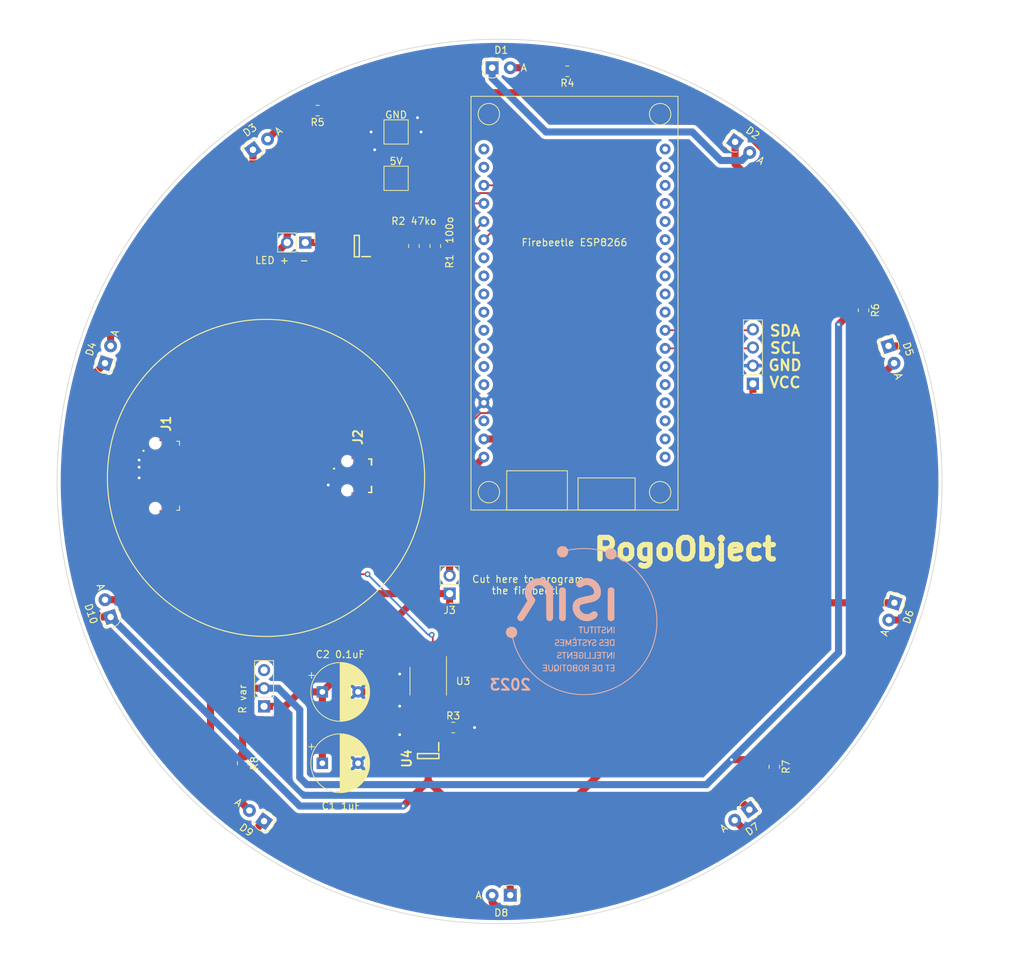
<source format=kicad_pcb>
(kicad_pcb (version 20211014) (generator pcbnew)
  (layers (0 "F.Cu" signal) (31 "B.Cu" signal) (34 "B.Paste" user) (35 "F.Paste" user) (36 "B.SilkS" user "B.Silkscreen") (37 "F.SilkS" user "F.Silkscreen") (38 "B.Mask" user) (39 "F.Mask" user) (44 "Edge.Cuts" user))
  (net 0 "")
  (net 1 "GND")
  (net 2 "RGB_LED_OUT")
  (net 3 "GPIO8")
  (net 4 "CDONE")
  (net 5 "LED_CHARGE")
  (net 6 "iCE_RX")
  (net 7 "iCE_TX")
  (net 12 "+5V")
  (net 15 "IMU_INT")
  (net 17 "RGB_LED_IN")
  (net 18 "GPIO7")
  (net 19 "GPIO6")
  (net 20 "GPIO5")
  (net 21 "GPIO4")
  (net 22 "GPIO3")
  (net 23 "GPIO2")
  (net 24 "GPIO1")
  (net 25 "GPIO0")
  (net 28 "~{FLASH_CS}")
  (net 29 "SPI_MISO")
  (net 30 "SPI_MOSI")
  (net 31 "SPI_CLK")
  (net 32 "~{RESET}")
  (net 33 "Net-(D1-Pad1)")
  (net 34 "Net-(D1-Pad2)")
  (net 35 "Net-(D10-Pad1)")
  (net 36 "Net-(D3-Pad1)")
  (net 39 "Net-(D3-Pad2)")
  (net 40 "Net-(D5-Pad1)")
  (net 41 "Net-(D5-Pad2)")
  (net 42 "Net-(D7-Pad1)")
  (net 43 "Net-(D7-Pad2)")
  (net 44 "Net-(D10-Pad2)")
  (net 45 "Net-(D9-Pad2)")
  (net 50 "Net-(J3-Pad2)")
  (net 51 "Net-(J4-Pad1)")
  (net 52 "3.3V")
  (net 53 "SCL")
  (net 54 "SDA")
  (net 55 "LED_CRTL")
  (net 56 "Net-(R1-Pad2)")
  (net 57 "Net-(R3-Pad1)")
  (net 58 "Net-(R4-Pad1)")
  (footprint "Capacitor_THT:CP_Radial_D8.0mm_P5.00mm" (layer "F.Cu") (at 95.168188 149.5)
    (fp_text reference "C1 1uF" (at 2.62 6) (layer "F.SilkS"))
    (fp_text value "1uF")
    (pad "1" thru_hole rect (at 0 0) (size 1.6 1.6) (drill 0.8) (layers *.Cu *.Mask) (net 12 "+5V"))
    (pad "2" thru_hole circle (at 5 0) (size 1.6 1.6) (drill 0.8) (layers *.Cu *.Mask) (net 1 "GND"))
  )
  (footprint "Connector_PinHeader_2.54mm:PinHeader_1x02_P2.54mm_Vertical" (layer "F.Cu") (at 113 125.725 180)
    (fp_text reference "J3" (at 0 -2.33) (layer "F.SilkS"))
    (fp_text value "Conn_01x02_Male")
    (pad "1" thru_hole rect (at 0 0 180) (size 1.7 1.7) (drill 1) (layers *.Cu *.Mask) (net 12 "+5V"))
    (pad "2" thru_hole oval (at 0 2.54 180) (size 1.7 1.7) (drill 1) (layers *.Cu *.Mask) (net 50 "Net-(J3-Pad2)"))
  )
  (footprint "Footprints:dfr0489" (layer "F.Cu") (at 130.5 85)
    (fp_text reference "Firebeetle ESP8266" (at 0 -8.5 unlocked) (layer "F.SilkS"))
    (fp_text value "dfr0489")
    (pad "1" thru_hole circle (at -12.7 -21.6) (size 1.524 1.524) (drill 0.762) (layers *.Cu *.Mask))
    (pad "2" thru_hole circle (at -12.7 -19.06) (size 1.524 1.524) (drill 0.762) (layers *.Cu *.Mask))
    (pad "3" thru_hole circle (at -12.7 -16.52) (size 1.524 1.524) (drill 0.762) (layers *.Cu *.Mask) (net 32 "~{RESET}"))
    (pad "4" thru_hole circle (at -12.7 -13.98) (size 1.524 1.524) (drill 0.762) (layers *.Cu *.Mask) (net 7 "iCE_TX"))
    (pad "5" thru_hole circle (at -12.7 -11.44) (size 1.524 1.524) (drill 0.762) (layers *.Cu *.Mask) (net 6 "iCE_RX"))
    (pad "6" thru_hole circle (at -12.7 -8.9) (size 1.524 1.524) (drill 0.762) (layers *.Cu *.Mask) (net 55 "LED_CRTL"))
    (pad "7" thru_hole circle (at -12.7 -6.36) (size 1.524 1.524) (drill 0.762) (layers *.Cu *.Mask))
    (pad "8" thru_hole circle (at -12.7 -3.82) (size 1.524 1.524) (drill 0.762) (layers *.Cu *.Mask))
    (pad "9" thru_hole circle (at -12.7 -1.28) (size 1.524 1.524) (drill 0.762) (layers *.Cu *.Mask))
    (pad "10" thru_hole circle (at -12.7 1.26) (size 1.524 1.524) (drill 0.762) (layers *.Cu *.Mask))
    (pad "11" thru_hole circle (at -12.7 3.8) (size 1.524 1.524) (drill 0.762) (layers *.Cu *.Mask))
    (pad "12" thru_hole circle (at -12.7 6.34) (size 1.524 1.524) (drill 0.762) (layers *.Cu *.Mask))
    (pad "13" thru_hole circle (at -12.7 8.88) (size 1.524 1.524) (drill 0.762) (layers *.Cu *.Mask))
    (pad "14" thru_hole circle (at -12.7 11.42) (size 1.524 1.524) (drill 0.762) (layers *.Cu *.Mask))
    (pad "15" thru_hole circle (at -12.7 13.96) (size 1.524 1.524) (drill 0.762) (layers *.Cu *.Mask) (net 1 "GND"))
    (pad "16" thru_hole circle (at -12.7 16.5) (size 1.524 1.524) (drill 0.762) (layers *.Cu *.Mask))
    (pad "17" thru_hole circle (at -12.7 19.04) (size 1.524 1.524) (drill 0.762) (layers *.Cu *.Mask) (net 52 "3.3V"))
    (pad "18" thru_hole circle (at -12.7 21.58) (size 1.524 1.524) (drill 0.762) (layers *.Cu *.Mask) (net 50 "Net-(J3-Pad2)"))
    (pad "19" thru_hole circle (at 12.7 21.58) (size 1.524 1.524) (drill 0.762) (layers *.Cu *.Mask))
    (pad "20" thru_hole circle (at 12.7 19.04) (size 1.524 1.524) (drill 0.762) (layers *.Cu *.Mask))
    (pad "21" thru_hole circle (at 12.7 16.5) (size 1.524 1.524) (drill 0.762) (layers *.Cu *.Mask))
    (pad "22" thru_hole circle (at 12.7 13.96) (size 1.524 1.524) (drill 0.762) (layers *.Cu *.Mask))
    (pad "23" thru_hole circle (at 12.7 11.42) (size 1.524 1.524) (drill 0.762) (layers *.Cu *.Mask))
    (pad "24" thru_hole circle (at 12.7 8.88) (size 1.524 1.524) (drill 0.762) (layers *.Cu *.Mask))
    (pad "25" thru_hole circle (at 12.7 6.34) (size 1.524 1.524) (drill 0.762) (layers *.Cu *.Mask) (net 53 "SCL"))
    (pad "26" thru_hole circle (at 12.7 3.8) (size 1.524 1.524) (drill 0.762) (layers *.Cu *.Mask) (net 54 "SDA"))
    (pad "27" thru_hole circle (at 12.7 1.26) (size 1.524 1.524) (drill 0.762) (layers *.Cu *.Mask))
    (pad "28" thru_hole circle (at 12.7 -1.28) (size 1.524 1.524) (drill 0.762) (layers *.Cu *.Mask))
    (pad "29" thru_hole circle (at 12.7 -3.82) (size 1.524 1.524) (drill 0.762) (layers *.Cu *.Mask))
    (pad "30" thru_hole circle (at 12.7 -6.36) (size 1.524 1.524) (drill 0.762) (layers *.Cu *.Mask))
    (pad "31" thru_hole circle (at 12.7 -8.9) (size 1.524 1.524) (drill 0.762) (layers *.Cu *.Mask))
    (pad "32" thru_hole circle (at 12.7 -11.44) (size 1.524 1.524) (drill 0.762) (layers *.Cu *.Mask))
    (pad "33" thru_hole circle (at 12.7 -13.98) (size 1.524 1.524) (drill 0.762) (layers *.Cu *.Mask))
    (pad "34" thru_hole circle (at 12.7 -16.52) (size 1.524 1.524) (drill 0.762) (layers *.Cu *.Mask))
    (pad "35" thru_hole circle (at 12.7 -19.06) (size 1.524 1.524) (drill 0.762) (layers *.Cu *.Mask))
    (pad "36" thru_hole circle (at 12.7 -21.6) (size 1.524 1.524) (drill 0.762) (layers *.Cu *.Mask))
  )
  (footprint "Resistor_SMD:R_0805_2012Metric_Pad1.20x1.40mm_HandSolder" (layer "F.Cu") (at 108 77 90)
    (fp_text reference "R2 47ko" (at 3.5 0 180) (layer "F.SilkS"))
    (fp_text value "47K")
    (pad "1" smd roundrect (at -1 0 90) (size 1.2 1.4) (layers "F.Cu" "F.Paste" "F.Mask") (roundrect_rratio 0.2083333333) (net 56 "Net-(R1-Pad2)"))
    (pad "2" smd roundrect (at 1 0 90) (size 1.2 1.4) (layers "F.Cu" "F.Paste" "F.Mask") (roundrect_rratio 0.2083333333) (net 1 "GND"))
  )
  (footprint "Diode_THT:D_A-405_P2.54mm_Vertical_AnodeUp" (layer "F.Cu") (at 118.96 52)
    (fp_text reference "D1" (at 1.27 -2.47) (layer "F.SilkS"))
    (fp_text value "LED")
    (fp_text user "A" (at 4.44 0) (layer "F.SilkS"))
    (pad "1" thru_hole rect (at 0 0) (size 1.8 1.8) (drill 0.9) (layers *.Cu *.Mask) (net 33 "Net-(D1-Pad1)"))
    (pad "2" thru_hole oval (at 2.54 0) (size 1.8 1.8) (drill 0.9) (layers *.Cu *.Mask) (net 34 "Net-(D1-Pad2)"))
  )
  (footprint "Resistor_SMD:R_0805_2012Metric_Pad1.20x1.40mm_HandSolder" (layer "F.Cu") (at 111 77 -90)
    (fp_text reference "R1  100o" (at -0.5 -2 -90) (layer "F.SilkS"))
    (fp_text value "47K")
    (pad "1" smd roundrect (at -1 0 270) (size 1.2 1.4) (layers "F.Cu" "F.Paste" "F.Mask") (roundrect_rratio 0.2083333333) (net 55 "LED_CRTL"))
    (pad "2" smd roundrect (at 1 0 270) (size 1.2 1.4) (layers "F.Cu" "F.Paste" "F.Mask") (roundrect_rratio 0.2083333333) (net 56 "Net-(R1-Pad2)"))
  )
  (footprint "Diode_THT:D_A-405_P2.54mm_Vertical_AnodeUp" (layer "F.Cu") (at 85.445097 63.492975 36)
    (fp_text reference "D3" (at 1.27 -2.47 36) (layer "F.SilkS"))
    (fp_text value "LED")
    (fp_text user "A" (at 4.44 0 36) (layer "F.SilkS"))
    (pad "1" thru_hole rect (at 0 0 36) (size 1.8 1.8) (drill 0.9) (layers *.Cu *.Mask) (net 36 "Net-(D3-Pad1)"))
    (pad "2" thru_hole oval (at 2.54 0 36) (size 1.8 1.8) (drill 0.9) (layers *.Cu *.Mask) (net 39 "Net-(D3-Pad2)"))
  )
  (footprint "Diode_THT:D_A-405_P2.54mm_Vertical_AnodeUp" (layer "F.Cu") (at 153 62.385765 -36)
    (fp_text reference "D2" (at 1.27 -2.47 144) (layer "F.SilkS"))
    (fp_text value "LED")
    (fp_text user "A" (at 4.44 0 144) (layer "F.SilkS"))
    (pad "1" thru_hole rect (at 0 0 324) (size 1.8 1.8) (drill 0.9) (layers *.Cu *.Mask) (net 35 "Net-(D10-Pad1)"))
    (pad "2" thru_hole oval (at 2.54 0 324) (size 1.8 1.8) (drill 0.9) (layers *.Cu *.Mask) (net 33 "Net-(D1-Pad1)"))
  )
  (footprint "TestPoint:TestPoint_Pad_3.0x3.0mm" (layer "F.Cu") (at 105.5 61)
    (fp_text reference "GND" (at 0 -2.398) (layer "F.SilkS"))
    (fp_text value "TestPoint")
    (pad "1" smd rect (at 0 0) (size 3 3) (layers "F.Cu" "F.Mask") (net 1 "GND"))
  )
  (footprint "Resistor_SMD:R_0805_2012Metric_Pad1.20x1.40mm_HandSolder" (layer "F.Cu") (at 158.5 150 -90)
    (fp_text reference "R7" (at 0 -1.65 90) (layer "F.SilkS"))
    (fp_text value "36")
    (pad "1" smd roundrect (at -1 0 270) (size 1.2 1.4) (layers "F.Cu" "F.Paste" "F.Mask") (roundrect_rratio 0.2083333333) (net 58 "Net-(R4-Pad1)"))
    (pad "2" smd roundrect (at 1 0 270) (size 1.2 1.4) (layers "F.Cu" "F.Paste" "F.Mask") (roundrect_rratio 0.2083333333) (net 43 "Net-(D7-Pad2)"))
  )
  (footprint "Resistor_SMD:R_0805_2012Metric_Pad1.20x1.40mm_HandSolder" (layer "F.Cu") (at 113.5 144.5)
    (fp_text reference "R3" (at 0 -1.65) (layer "F.SilkS"))
    (fp_text value "100K")
    (pad "1" smd roundrect (at -1 0) (size 1.2 1.4) (layers "F.Cu" "F.Paste" "F.Mask") (roundrect_rratio 0.2083333333) (net 57 "Net-(R3-Pad1)"))
    (pad "2" smd roundrect (at 1 0) (size 1.2 1.4) (layers "F.Cu" "F.Paste" "F.Mask") (roundrect_rratio 0.2083333333) (net 1 "GND"))
  )
  (footprint "Footprints:10132797035100LF" (layer "F.Cu") (at 73.2584 109.1944 -90)
    (fp_text reference "J1" (at -7.289 -0.0212 90) (layer "F.SilkS") (effects (font (size 1.27 1.27) (thickness 0.254))))
    (fp_text value "10132797-035100LF" hide)
    (pad "" np_thru_hole circle locked (at -4.55 1.5 270) (size 0.75 0.75) (drill 0.75) (layers *.Cu *.Mask))
    (pad "" np_thru_hole circle locked (at 4.55 1.5 270) (size 0.75 0.75) (drill 0.75) (layers *.Cu *.Mask))
    (pad "1" smd rect locked (at -3.5 1.8 270) (size 0.3 1.6) (layers "F.Cu" "F.Paste" "F.Mask") (net 2 "RGB_LED_OUT"))
    (pad "2" smd rect locked (at -3 1.8 270) (size 0.3 1.6) (layers "F.Cu" "F.Paste" "F.Mask") (net 3 "GPIO8"))
    (pad "3" smd rect locked (at -2.5 1.8 270) (size 0.3 1.6) (layers "F.Cu" "F.Paste" "F.Mask") (net 1 "GND"))
    (pad "4" smd rect locked (at -2 1.8 270) (size 0.3 1.6) (layers "F.Cu" "F.Paste" "F.Mask") (net 4 "CDONE"))
    (pad "5" smd rect locked (at -1.5 1.8 270) (size 0.3 1.6) (layers "F.Cu" "F.Paste" "F.Mask") (net 1 "GND"))
    (pad "6" smd rect locked (at -1 1.8 270) (size 0.3 1.6) (layers "F.Cu" "F.Paste" "F.Mask") (net 1 "GND"))
    (pad "7" smd rect locked (at -0.5 1.8 270) (size 0.3 1.6) (layers "F.Cu" "F.Paste" "F.Mask") (net 1 "GND"))
    (pad "8" smd rect locked (at 0 1.8 270) (size 0.3 1.6) (layers "F.Cu" "F.Paste" "F.Mask") (net 5 "LED_CHARGE"))
    (pad "9" smd rect locked (at 0.5 1.8 270) (size 0.3 1.6) (layers "F.Cu" "F.Paste" "F.Mask") (net 1 "GND"))
    (pad "10" smd rect locked (at 1 1.8 270) (size 0.3 1.6) (layers "F.Cu" "F.Paste" "F.Mask") (net 6 "iCE_RX"))
    (pad "11" smd rect locked (at 1.5 1.8 270) (size 0.3 1.6) (layers "F.Cu" "F.Paste" "F.Mask") (net 7 "iCE_TX"))
    (pad "12" smd rect locked (at 2 1.8 270) (size 0.3 1.6) (layers "F.Cu" "F.Paste" "F.Mask"))
    (pad "13" smd rect locked (at 2.5 1.8 270) (size 0.3 1.6) (layers "F.Cu" "F.Paste" "F.Mask"))
    (pad "14" smd rect locked (at 3 1.8 270) (size 0.3 1.6) (layers "F.Cu" "F.Paste" "F.Mask"))
    (pad "15" smd rect locked (at 3.5 1.8 270) (size 0.3 1.6) (layers "F.Cu" "F.Paste" "F.Mask"))
    (pad "16" smd rect locked (at 3.5 -1.8 270) (size 0.3 1.6) (layers "F.Cu" "F.Paste" "F.Mask") (net 12 "+5V"))
    (pad "17" smd rect locked (at 3 -1.8 270) (size 0.3 1.6) (layers "F.Cu" "F.Paste" "F.Mask") (net 12 "+5V"))
    (pad "18" smd rect locked (at 2.5 -1.8 270) (size 0.3 1.6) (layers "F.Cu" "F.Paste" "F.Mask"))
    (pad "19" smd rect locked (at 2 -1.8 270) (size 0.3 1.6) (layers "F.Cu" "F.Paste" "F.Mask"))
    (pad "20" smd rect locked (at 1.5 -1.8 270) (size 0.3 1.6) (layers "F.Cu" "F.Paste" "F.Mask") (net 15 "IMU_INT"))
    (pad "21" smd rect locked (at 1 -1.8 270) (size 0.3 1.6) (layers "F.Cu" "F.Paste" "F.Mask"))
    (pad "22" smd rect locked (at 0.5 -1.8 270) (size 0.3 1.6) (layers "F.Cu" "F.Paste" "F.Mask") (net 17 "RGB_LED_IN"))
    (pad "23" smd rect locked (at 0 -1.8 270) (size 0.3 1.6) (layers "F.Cu" "F.Paste" "F.Mask") (net 18 "GPIO7"))
    (pad "24" smd rect locked (at -0.5 -1.8 270) (size 0.3 1.6) (layers "F.Cu" "F.Paste" "F.Mask") (net 19 "GPIO6"))
    (pad "25" smd rect locked (at -1 -1.8 270) (size 0.3 1.6) (layers "F.Cu" "F.Paste" "F.Mask") (net 20 "GPIO5"))
    (pad "26" smd rect locked (at -1.5 -1.8 270) (size 0.3 1.6) (layers "F.Cu" "F.Paste" "F.Mask") (net 21 "GPIO4"))
    (pad "27" smd rect locked (at -2 -1.8 270) (size 0.3 1.6) (layers "F.Cu" "F.Paste" "F.Mask") (net 22 "GPIO3"))
    (pad "28" smd rect locked (at -2.5 -1.8 270) (size 0.3 1.6) (layers "F.Cu" "F.Paste" "F.Mask") (net 23 "GPIO2"))
    (pad "29" smd rect locked (at -3 -1.8 270) (size 0.3 1.6) (layers "F.Cu" "F.Paste" "F.Mask") (net 24 "GPIO1"))
    (pad "30" smd rect locked (at -3.5 -1.8 270) (size 0.3 1.6) (layers "F.Cu" "F.Paste" "F.Mask") (net 25 "GPIO0"))
    (pad "MP1" smd rect locked (at -5.25 0 270) (size 0.8 1.8) (layers "F.Cu" "F.Paste" "F.Mask"))
    (pad "MP2" smd rect locked (at 5.25 0 270) (size 0.8 1.8) (layers "F.Cu" "F.Paste" "F.Mask"))
  )
  (footprint "Connector_PinHeader_2.54mm:PinHeader_1x03_P2.54mm_Vertical" (layer "F.Cu") (at 87 141.525 180)
    (fp_text reference "RV1" hide)
    (fp_text value "R_Potentiometer")
    (pad "1" thru_hole rect (at 0 0 180) (size 1.7 1.7) (drill 1) (layers *.Cu *.Mask) (net 12 "+5V"))
    (pad "2" thru_hole oval (at 0 2.54 180) (size 1.7 1.7) (drill 1) (layers *.Cu *.Mask) (net 58 "Net-(R4-Pad1)"))
    (pad "3" thru_hole oval (at 0 5.08 180) (size 1.7 1.7) (drill 1) (layers *.Cu *.Mask))
  )
  (footprint "Capacitor_THT:CP_Radial_D8.0mm_P5.00mm" (layer "F.Cu") (at 95.168188 139.5)
    (fp_text reference "C2 0.1uF" (at 2.5 -5.25) (layer "F.SilkS"))
    (fp_text value "0.1uF")
    (pad "1" thru_hole rect (at 0 0) (size 1.6 1.6) (drill 0.8) (layers *.Cu *.Mask) (net 12 "+5V"))
    (pad "2" thru_hole circle (at 5 0) (size 1.6 1.6) (drill 0.8) (layers *.Cu *.Mask) (net 1 "GND"))
  )
  (footprint "Connector_PinHeader_2.54mm:PinHeader_1x02_P2.54mm_Vertical" (layer "F.Cu") (at 92.775 76.5 -90)
    (fp_text reference "J4" hide)
    (fp_text value "Conn_01x02_Male")
    (pad "1" thru_hole rect (at 0 0 270) (size 1.7 1.7) (drill 1) (layers *.Cu *.Mask) (net 51 "Net-(J4-Pad1)"))
    (pad "2" thru_hole oval (at 0 2.54 270) (size 1.7 1.7) (drill 1) (layers *.Cu *.Mask) (net 12 "+5V"))
  )
  (footprint "Diode_THT:D_A-405_P2.54mm_Vertical_AnodeUp" (layer "F.Cu") (at 174.5 91 -72)
    (fp_text reference "D5" (at 1.27 -2.47 108) (layer "F.SilkS"))
    (fp_text value "LED")
    (fp_text user "A" (at 4.44 0 108) (layer "F.SilkS"))
    (pad "1" thru_hole rect (at 0 0 288) (size 1.8 1.8) (drill 0.9) (layers *.Cu *.Mask) (net 40 "Net-(D5-Pad1)"))
    (pad "2" thru_hole oval (at 2.54 0 288) (size 1.8 1.8) (drill 0.9) (layers *.Cu *.Mask) (net 41 "Net-(D5-Pad2)"))
  )
  (footprint "Resistor_SMD:R_0805_2012Metric_Pad1.20x1.40mm_HandSolder" (layer "F.Cu") (at 171 86 -90)
    (fp_text reference "R6" (at 0 -1.65 90) (layer "F.SilkS"))
    (fp_text value "36")
    (pad "1" smd roundrect (at -1 0 270) (size 1.2 1.4) (layers "F.Cu" "F.Paste" "F.Mask") (roundrect_rratio 0.2083333333) (net 58 "Net-(R4-Pad1)"))
    (pad "2" smd roundrect (at 1 0 270) (size 1.2 1.4) (layers "F.Cu" "F.Paste" "F.Mask") (roundrect_rratio 0.2083333333) (net 41 "Net-(D5-Pad2)"))
  )
  (footprint "TestPoint:TestPoint_Pad_3.0x3.0mm" (layer "F.Cu") (at 105.5 67.5)
    (fp_text reference "5V" (at 0 -2.398) (layer "F.SilkS"))
    (fp_text value "TestPoint")
    (pad "1" smd rect (at 0 0) (size 3 3) (layers "F.Cu" "F.Mask") (net 12 "+5V"))
  )
  (footprint "Diode_THT:D_A-405_P2.54mm_Vertical_AnodeUp" (layer "F.Cu") (at 64.715097 93.415684 72)
    (fp_text reference "D4" (at 1.27 -2.47 72) (layer "F.SilkS"))
    (fp_text value "LED")
    (fp_text user "A" (at 4.44 0 72) (layer "F.SilkS"))
    (pad "1" thru_hole rect (at 0 0 72) (size 1.8 1.8) (drill 0.9) (layers *.Cu *.Mask) (net 35 "Net-(D10-Pad1)"))
    (pad "2" thru_hole oval (at 2.54 0 72) (size 1.8 1.8) (drill 0.9) (layers *.Cu *.Mask) (net 36 "Net-(D3-Pad1)"))
  )
  (footprint "Resistor_SMD:R_0805_2012Metric_Pad1.20x1.40mm_HandSolder" (layer "F.Cu") (at 84 149.5 -90)
    (fp_text reference "R8" (at 0 -1.65 90) (layer "F.SilkS"))
    (fp_text value "36")
    (pad "1" smd roundrect (at -1 0 270) (size 1.2 1.4) (layers "F.Cu" "F.Paste" "F.Mask") (roundrect_rratio 0.2083333333) (net 58 "Net-(R4-Pad1)"))
    (pad "2" smd roundrect (at 1 0 270) (size 1.2 1.4) (layers "F.Cu" "F.Paste" "F.Mask") (roundrect_rratio 0.2083333333) (net 45 "Net-(D9-Pad2)"))
  )
  (footprint "Resistor_SMD:R_0805_2012Metric_Pad1.20x1.40mm_HandSolder" (layer "F.Cu") (at 94.5 58 180)
    (fp_text reference "R5" (at 0 -1.65) (layer "F.SilkS"))
    (fp_text value "36")
    (pad "1" smd roundrect (at -1 0 180) (size 1.2 1.4) (layers "F.Cu" "F.Paste" "F.Mask") (roundrect_rratio 0.2083333333) (net 58 "Net-(R4-Pad1)"))
    (pad "2" smd roundrect (at 1 0 180) (size 1.2 1.4) (layers "F.Cu" "F.Paste" "F.Mask") (roundrect_rratio 0.2083333333) (net 39 "Net-(D3-Pad2)"))
  )
  (footprint "Footprints:SOT95P285X135-3N" (layer "F.Cu") (at 100 77 180)
    (fp_text reference "U2" hide)
    (fp_text value "BSR802NL6327HTSA1" hide)
    (pad "1" smd rect (at -1.3 -0.95 270) (size 0.55 1.2) (layers "F.Cu" "F.Paste" "F.Mask") (net 56 "Net-(R1-Pad2)"))
    (pad "2" smd rect (at -1.3 0.95 270) (size 0.55 1.2) (layers "F.Cu" "F.Paste" "F.Mask") (net 1 "GND"))
    (pad "3" smd rect (at 1.3 0 270) (size 0.55 1.2) (layers "F.Cu" "F.Paste" "F.Mask") (net 51 "Net-(J4-Pad1)"))
  )
  (footprint "Footprints:10132797015100LF" (layer "F.Cu") (at 100.1584 109.1944 90)
    (fp_text reference "J2" (at 5.4094 -0.0056 90) (layer "F.SilkS") (effects (font (size 1.27 1.27) (thickness 0.254))))
    (fp_text value "10132797-015100LF" hide)
    (pad "" np_thru_hole circle locked (at -2.05 -1.5 90) (size 0.001 0.001) (drill 0.7) (layers *.Cu *.Mask))
    (pad "" np_thru_hole circle locked (at 2.05 -1.5 90) (size 0.001 0.001) (drill 0.7) (layers *.Cu *.Mask))
    (pad "1" smd rect locked (at 1 -1.8 90) (size 0.3 1.6) (layers "F.Cu" "F.Paste" "F.Mask") (net 28 "~{FLASH_CS}"))
    (pad "2" smd rect locked (at 0.5 -1.8 90) (size 0.3 1.6) (layers "F.Cu" "F.Paste" "F.Mask") (net 29 "SPI_MISO"))
    (pad "3" smd rect locked (at 0 -1.8 90) (size 0.3 1.6) (layers "F.Cu" "F.Paste" "F.Mask") (net 30 "SPI_MOSI"))
    (pad "4" smd rect locked (at -0.5 -1.8 90) (size 0.3 1.6) (layers "F.Cu" "F.Paste" "F.Mask") (net 31 "SPI_CLK"))
    (pad "5" smd rect locked (at -1 -1.8 90) (size 0.3 1.6) (layers "F.Cu" "F.Paste" "F.Mask") (net 1 "GND"))
    (pad "6" smd rect locked (at -1 1.8 90) (size 0.3 1.6) (layers "F.Cu" "F.Paste" "F.Mask") (net 32 "~{RESET}"))
    (pad "7" smd rect locked (at -0.5 1.8 90) (size 0.3 1.6) (layers "F.Cu" "F.Paste" "F.Mask"))
    (pad "8" smd rect locked (at 0 1.8 90) (size 0.3 1.6) (layers "F.Cu" "F.Paste" "F.Mask"))
    (pad "9" smd rect locked (at 0.5 1.8 90) (size 0.3 1.6) (layers "F.Cu" "F.Paste" "F.Mask"))
    (pad "10" smd rect locked (at 1 1.8 90) (size 0.3 1.6) (layers "F.Cu" "F.Paste" "F.Mask"))
    (pad "MP1" smd rect locked (at 2.75 0 90) (size 0.8 1.8) (layers "F.Cu" "F.Paste" "F.Mask"))
    (pad "MP2" smd rect locked (at -2.75 0 90) (size 0.8 1.8) (layers "F.Cu" "F.Paste" "F.Mask"))
  )
  (footprint "Connector_PinHeader_2.54mm:PinHeader_1x04_P2.54mm_Vertical" (layer "F.Cu") (at 155.5 96.3 180)
    (fp_text reference "J5" hide)
    (fp_text value "Conn_01x04_Male")
    (pad "1" thru_hole rect (at 0 0 180) (size 1.7 1.7) (drill 1) (layers *.Cu *.Mask) (net 52 "3.3V"))
    (pad "2" thru_hole oval (at 0 2.54 180) (size 1.7 1.7) (drill 1) (layers *.Cu *.Mask) (net 1 "GND"))
    (pad "3" thru_hole oval (at 0 5.08 180) (size 1.7 1.7) (drill 1) (layers *.Cu *.Mask) (net 53 "SCL"))
    (pad "4" thru_hole oval (at 0 7.62 180) (size 1.7 1.7) (drill 1) (layers *.Cu *.Mask) (net 54 "SDA"))
  )
  (footprint "Diode_THT:D_A-405_P2.54mm_Vertical_AnodeUp" (layer "F.Cu") (at 87 157.614236 144)
    (fp_text reference "D9" (at 1.27 -2.47 144) (layer "F.SilkS"))
    (fp_text value "LED")
    (fp_text user "A" (at 4.44 0 144) (layer "F.SilkS"))
    (pad "1" thru_hole rect (at 0 0 144) (size 1.8 1.8) (drill 0.9) (layers *.Cu *.Mask) (net 44 "Net-(D10-Pad2)"))
    (pad "2" thru_hole oval (at 2.54 0 144) (size 1.8 1.8) (drill 0.9) (layers *.Cu *.Mask) (net 45 "Net-(D9-Pad2)"))
  )
  (footprint "Package_SO:SOIC-8_3.9x4.9mm_P1.27mm" (layer "F.Cu") (at 110 138 -90)
    (fp_text reference "U3" (at 0 -4.9 180) (layer "F.SilkS"))
    (fp_text value "mcp1407")
    (pad "1" smd roundrect (at -2.475 -1.905 270) (size 1.95 0.6) (layers "F.Cu" "F.Paste" "F.Mask") (net 12 "+5V"))
    (pad "2" smd roundrect (at -2.475 -0.635 270) (size 1.95 0.6) (layers "F.Cu" "F.Paste" "F.Mask") (net 24 "GPIO1"))
    (pad "3" smd roundrect (at -2.475 0.635 270) (size 1.95 0.6) (layers "F.Cu" "F.Paste" "F.Mask"))
    (pad "4" smd roundrect (at -2.475 1.905 270) (size 1.95 0.6) (layers "F.Cu" "F.Paste" "F.Mask") (net 1 "GND"))
    (pad "5" smd roundrect (at 2.475 1.905 270) (size 1.95 0.6) (layers "F.Cu" "F.Paste" "F.Mask") (net 1 "GND"))
    (pad "6" smd roundrect (at 2.475 0.635 270) (size 1.95 0.6) (layers "F.Cu" "F.Paste" "F.Mask") (net 57 "Net-(R3-Pad1)"))
    (pad "7" smd roundrect (at 2.475 -0.635 270) (size 1.95 0.6) (layers "F.Cu" "F.Paste" "F.Mask") (net 57 "Net-(R3-Pad1)"))
    (pad "8" smd roundrect (at 2.475 -1.905 270) (size 1.95 0.6) (layers "F.Cu" "F.Paste" "F.Mask") (net 12 "+5V"))
  )
  (footprint "Footprints:SOT95P285X135-3N" (layer "F.Cu") (at 110 148.5 -90)
    (fp_text reference "U4" (at 0.35 3 90) (layer "F.SilkS") (effects (font (size 1.27 1.27) (thickness 0.254))))
    (fp_text value "BSR802NL6327HTSA1" hide)
    (pad "1" smd rect (at -1.3 -0.95) (size 0.55 1.2) (layers "F.Cu" "F.Paste" "F.Mask") (net 57 "Net-(R3-Pad1)"))
    (pad "2" smd rect (at -1.3 0.95) (size 0.55 1.2) (layers "F.Cu" "F.Paste" "F.Mask") (net 1 "GND"))
    (pad "3" smd rect (at 1.3 0) (size 0.55 1.2) (layers "F.Cu" "F.Paste" "F.Mask") (net 35 "Net-(D10-Pad1)"))
  )
  (footprint "Diode_THT:D_A-405_P2.54mm_Vertical_AnodeUp" (layer "F.Cu") (at 121.5 168 180)
    (fp_text reference "D8" (at 1.27 -2.47) (layer "F.SilkS"))
    (fp_text value "LED")
    (fp_text user "A" (at 4.44 0) (layer "F.SilkS"))
    (pad "1" thru_hole rect (at 0 0 180) (size 1.8 1.8) (drill 0.9) (layers *.Cu *.Mask) (net 35 "Net-(D10-Pad1)"))
    (pad "2" thru_hole oval (at 2.54 0 180) (size 1.8 1.8) (drill 0.9) (layers *.Cu *.Mask) (net 42 "Net-(D7-Pad1)"))
  )
  (footprint "Diode_THT:D_A-405_P2.54mm_Vertical_AnodeUp" (layer "F.Cu") (at 175.322923 127.006146 -108)
    (fp_text reference "D6" (at 1.27 -2.47 72) (layer "F.SilkS"))
    (fp_text value "LED")
    (fp_text user "A" (at 4.44 0 72) (layer "F.SilkS"))
    (pad "1" thru_hole rect (at 0 0 252) (size 1.8 1.8) (drill 0.9) (layers *.Cu *.Mask) (net 35 "Net-(D10-Pad1)"))
    (pad "2" thru_hole oval (at 2.54 0 252) (size 1.8 1.8) (drill 0.9) (layers *.Cu *.Mask) (net 40 "Net-(D5-Pad1)"))
  )
  (footprint "Resistor_SMD:R_0805_2012Metric_Pad1.20x1.40mm_HandSolder" (layer "F.Cu") (at 129.5 52.5 180)
    (fp_text reference "R4" (at 0 -1.65) (layer "F.SilkS"))
    (fp_text value "36")
    (pad "1" smd roundrect (at -1 0 180) (size 1.2 1.4) (layers "F.Cu" "F.Paste" "F.Mask") (roundrect_rratio 0.2083333333) (net 58 "Net-(R4-Pad1)"))
    (pad "2" smd roundrect (at 1 0 180) (size 1.2 1.4) (layers "F.Cu" "F.Paste" "F.Mask") (roundrect_rratio 0.2083333333) (net 34 "Net-(D1-Pad2)"))
  )
  (footprint "Diode_THT:D_A-405_P2.54mm_Vertical_AnodeUp" (layer "F.Cu") (at 155 156 -144)
    (fp_text reference "D7" (at 1.27 -2.47 36) (layer "F.SilkS"))
    (fp_text value "LED")
    (fp_text user "A" (at 4.44 0 36) (layer "F.SilkS"))
    (pad "1" thru_hole rect (at 0 0 216) (size 1.8 1.8) (drill 0.9) (layers *.Cu *.Mask) (net 42 "Net-(D7-Pad1)"))
    (pad "2" thru_hole oval (at 2.54 0 216) (size 1.8 1.8) (drill 0.9) (layers *.Cu *.Mask) (net 43 "Net-(D7-Pad2)"))
  )
  (footprint "Diode_THT:D_A-405_P2.54mm_Vertical_AnodeUp" (layer "F.Cu") (at 65.5 129 108)
    (fp_text reference "D10" (at 1.27 -2.47 108) (layer "F.SilkS"))
    (fp_text value "LED")
    (fp_text user "A" (at 4.44 0 108) (layer "F.SilkS"))
    (pad "1" thru_hole rect (at 0 0 108) (size 1.8 1.8) (drill 0.9) (layers *.Cu *.Mask) (net 35 "Net-(D10-Pad1)"))
    (pad "2" thru_hole oval (at 2.54 0 108) (size 1.8 1.8) (drill 0.9) (layers *.Cu *.Mask) (net 44 "Net-(D10-Pad2)"))
  )
  (footprint "Footprints:logo_isir" (layer "B.Cu") (at 131.5 129.5 180)
    (fp_text reference "G***" hide)
    (fp_text value "LOGO" hide)
  )
  (gr_circle (center 87.275 109.5) (end 87.275 87.275) (layer "F.SilkS") (width 0.15) (fill none))
  (gr_circle (center 120 110) (end 182 110) (layer "Edge.Cuts") (width 0.1) (fill none))
  (gr_text "2023" (at 121.5 138.5) (layer "B.SilkS") (effects (font (size 1.5 1.5) (thickness 0.3)) (justify mirror)))
  (gr_text "Cut here to program\nthe firebeetle\n" (at 124 124.5) (layer "F.SilkS") (effects (font (size 1 1))))
  (gr_text "PogoObject" (at 146 119.5) (layer "F.SilkS") (effects (font (size 3 3) (thickness 0.75))))
  (gr_text "LED +  -" (at 89.5 79) (layer "F.SilkS") (effects (font (size 1 1))))
  (gr_text "R var" (at 84 140.5 90) (layer "F.SilkS") (effects (font (size 1 1))))
  (gr_text "SDA\nSCL\nGND\nVCC" (at 160 92.5) (layer "F.SilkS") (effects (font (size 1.5 1.5) (thickness 0.3))))
  (segment (start 109.05 147.2) (end 107.7 147.2) (width 1) (layer "F.Cu") (net 1))
  (segment (start 69.6944 109.6944) (end 69.5 109.5) (width 0.25) (layer "F.Cu") (net 1))
  (segment (start 105.5 61) (end 109 61) (width 1) (layer "F.Cu") (net 1))
  (segment (start 114.5 144.5) (end 116.5 144.5) (width 1) (layer "F.Cu") (net 1))
  (segment (start 69.5 107) (end 69.5 108) (width 0.25) (layer "F.Cu") (net 1))
  (segment (start 106 138.38) (end 104.88 139.5) (width 1) (layer "F.Cu") (net 1))
  (segment (start 106 145.5) (end 106 138.38) (width 1) (layer "F.Cu") (net 1))
  (segment (start 108 76) (end 109.5 74.5) (width 1) (layer "F.Cu") (net 1))
  (segment (start 105.5 61) (end 105 61) (width 1) (layer "F.Cu") (net 1))
  (segment (start 107.475 135.525) (end 106 137) (width 1) (layer "F.Cu") (net 1))
  (segment (start 108.095 135.525) (end 107.475 135.525) (width 1) (layer "F.Cu") (net 1))
  (segment (start 106.5 61) (end 108.5 59) (width 1) (layer "F.Cu") (net 1))
  (segment (start 69.5 108.5) (end 69.5 108) (width 0.25) (layer "F.Cu") (net 1))
  (segment (start 71.4584 106.6944) (end 69.8056 106.6944) (width 0.25) (layer "F.Cu") (net 1))
  (segment (start 69.8056 106.6944) (end 69.5 107) (width 0.25) (layer "F.Cu") (net 1))
  (segment (start 71.4584 108.1944) (end 69.6944 108.1944) (width 0.25) (layer "F.Cu") (net 1))
  (segment (start 98.3584 110.1944) (end 96.3056 110.1944) (width 0.25) (layer "F.Cu") (net 1))
  (segment (start 96.3056 110.1944) (end 96 110.5) (width 0.25) (layer "F.Cu") (net 1))
  (segment (start 105.5 61) (end 102 61) (width 1) (layer "F.Cu") (net 1))
  (segment (start 106 138.38) (end 108.095 140.475) (width 1) (layer "F.Cu") (net 1))
  (segment (start 108 76) (end 107.95 76.05) (width 1) (layer "F.Cu") (net 1))
  (segment (start 69.6944 108.6944) (end 69.5 108.5) (width 0.25) (layer "F.Cu") (net 1))
  (segment (start 105 61) (end 102.5 63.5) (width 1) (layer "F.Cu") (net 1))
  (segment (start 109.5 65) (end 105.5 61) (width 1) (layer "F.Cu") (net 1))
  (segment (start 71.4584 107.6944) (end 69.8056 107.6944) (width 0.25) (layer "F.Cu") (net 1))
  (segment (start 71.4584 108.6944) (end 69.6944 108.6944) (width 0.25) (layer "F.Cu") (net 1))
  (segment (start 105.5 61) (end 106.5 61) (width 1) (layer "F.Cu") (net 1))
  (segment (start 107.95 76.05) (end 101.3 76.05) (width 1) (layer "F.Cu") (net 1))
  (segment (start 106 137) (end 106 138.38) (width 1) (layer "F.Cu") (net 1))
  (segment (start 69.8056 107.6944) (end 69.5 108) (width 0.25) (layer "F.Cu") (net 1))
  (segment (start 104.88 139.5) (end 100.168188 139.5) (width 1) (layer "F.Cu") (net 1))
  (segment (start 69.6944 108.1944) (end 69.5 108) (width 0.25) (layer "F.Cu") (net 1))
  (segment (start 107.7 147.2) (end 106 145.5) (width 1) (layer "F.Cu") (net 1))
  (segment (start 69.5 109.5) (end 69.5 108.5) (width 0.25) (layer "F.Cu") (net 1))
  (segment (start 109.5 74.5) (end 109.5 65) (width 1) (layer "F.Cu") (net 1))
  (segment (start 71.4584 109.6944) (end 69.6944 109.6944) (width 0.25) (layer "F.Cu") (net 1))
  (via (at 69.5 109.5) (size 0.8) (drill 0.4) (layers "F.Cu" "B.Cu") (net 1))
  (via (at 106 141.5) (size 0.8) (drill 0.4) (layers "F.Cu" "B.Cu") (net 1))
  (via (at 69.5 108) (size 0.8) (drill 0.4) (layers "F.Cu" "B.Cu") (net 1))
  (via (at 116.5 144.5) (size 0.8) (drill 0.4) (layers "F.Cu" "B.Cu") (net 1))
  (via (at 102 61) (size 0.8) (drill 0.4) (layers "F.Cu" "B.Cu") (net 1))
  (via (at 96 110.5) (size 0.8) (drill 0.4) (layers "F.Cu" "B.Cu") (net 1))
  (via (at 102.5 63.5) (size 0.8) (drill 0.4) (layers "F.Cu" "B.Cu") (net 1))
  (via (at 106 137) (size 0.8) (drill 0.4) (layers "F.Cu" "B.Cu") (net 1))
  (via (at 106 145.5) (size 0.8) (drill 0.4) (layers "F.Cu" "B.Cu") (net 1))
  (via (at 108.5 59) (size 0.8) (drill 0.4) (layers "F.Cu" "B.Cu") (net 1))
  (via (at 69.5 107) (size 0.8) (drill 0.4) (layers "F.Cu" "B.Cu") (net 1))
  (via (at 109 61) (size 0.8) (drill 0.4) (layers "F.Cu" "B.Cu") (net 1))
  (segment (start 68 109.363604) (end 68 104.136396) (width 0.25) (layer "F.Cu") (net 6))
  (segment (start 71.4584 110.1944) (end 69.830905 110.1944) (width 0.25) (layer "F.Cu") (net 6))
  (segment (start 69.830905 110.1944) (end 69.800305 110.225) (width 0.25) (layer "F.Cu") (net 6))
  (segment (start 102.5 97) (end 114 85.5) (width 0.25) (layer "F.Cu") (net 6))
  (segment (start 68.861396 110.225) (end 68 109.363604) (width 0.25) (layer "F.Cu") (net 6))
  (segment (start 114 85.5) (end 114 77.36) (width 0.25) (layer "F.Cu") (net 6))
  (segment (start 114 77.36) (end 117.8 73.56) (width 0.25) (layer "F.Cu") (net 6))
  (segment (start 68 104.136396) (end 75.136396 97) (width 0.25) (layer "F.Cu") (net 6))
  (segment (start 69.800305 110.225) (end 68.861396 110.225) (width 0.25) (layer "F.Cu") (net 6))
  (segment (start 75.136396 97) (end 102.5 97) (width 0.25) (layer "F.Cu") (net 6))
  (segment (start 115.98 71.02) (end 117.8 71.02) (width 0.25) (layer "F.Cu") (net 7))
  (segment (start 67.5 104) (end 75 96.5) (width 0.25) (layer "F.Cu") (net 7))
  (segment (start 67.5 109.5) (end 67.5 104) (width 0.25) (layer "F.Cu") (net 7))
  (segment (start 71.4584 110.6944) (end 68.6944 110.6944) (width 0.25) (layer "F.Cu") (net 7))
  (segment (start 113.5 85) (end 113.5 73.5) (width 0.25) (layer "F.Cu") (net 7))
  (segment (start 68.6944 110.6944) (end 67.5 109.5) (width 0.25) (layer "F.Cu") (net 7))
  (segment (start 75 96.5) (end 102 96.5) (width 0.25) (layer "F.Cu") (net 7))
  (segment (start 113.5 73.5) (end 115.98 71.02) (width 0.25) (layer "F.Cu") (net 7))
  (segment (start 102 96.5) (end 113.5 85) (width 0.25) (layer "F.Cu") (net 7))
  (segment (start 92 139.5) (end 89.975 141.525) (width 1) (layer "F.Cu") (net 12))
  (segment (start 90.225 125.725) (end 90.725 125.725) (width 1) (layer "F.Cu") (net 12))
  (segment (start 89.975 141.525) (end 87 141.525) (width 1) (layer "F.Cu") (net 12))
  (segment (start 75.0584 112.6944) (end 77.1944 112.6944) (width 1) (layer "F.Cu") (net 12))
  (segment (start 113 125.725) (end 108.943188 125.725) (width 1) (layer "F.Cu") (net 12))
  (segment (start 65.5 115) (end 76.225 125.725) (width 1) (layer "F.Cu") (net 12))
  (segment (start 105.5 67.5) (end 98.032919 67.5) (width 1) (layer "F.Cu") (net 12))
  (segment (start 65.5 101.235) (end 65.5 115) (width 1) (layer "F.Cu") (net 12))
  (segment (start 90.235 76.5) (end 65.5 101.235) (width 1) (layer "F.Cu") (net 12))
  (segment (start 95.168188 149.5) (end 95.168188 139.5) (width 1) (layer "F.Cu") (net 12))
  (segment (start 77.1944 112.6944) (end 90.225 125.725) (width 1) (layer "F.Cu") (net 12))
  (segment (start 113 125.725) (end 113 133.5) (width 1) (layer "F.Cu") (net 12))
  (segment (start 90.235 75.297919) (end 90.235 76.5) (width 1) (layer "F.Cu") (net 12))
  (segment (start 98.032919 67.5) (end 90.235 75.297919) (width 1) (layer "F.Cu") (net 12))
  (segment (start 112.025 140.475) (end 111.905 140.475) (width 1) (layer "F.Cu") (net 12))
  (segment (start 76.225 125.725) (end 90.725 125.725) (width 1) (layer "F.Cu") (net 12))
  (segment (start 111.905 135.525) (end 111.905 134.595) (width 1) (layer "F.Cu") (net 12))
  (segment (start 113 133.5) (end 113 139.5) (width 1) (layer "F.Cu") (net 12))
  (segment (start 108.943188 125.725) (end 95.168188 139.5) (width 1) (layer "F.Cu") (net 12))
  (segment (start 113 139.5) (end 112.025 140.475) (width 1) (layer "F.Cu") (net 12))
  (segment (start 111.905 134.595) (end 113 133.5) (width 1) (layer "F.Cu") (net 12))
  (segment (start 95.168188 139.5) (end 92 139.5) (width 1) (layer "F.Cu") (net 12))
  (segment (start 90.725 125.725) (end 108.943188 125.725) (width 1) (layer "F.Cu") (net 12))
  (segment (start 81.6944 106.1944) (end 84.5 109) (width 0.25) (layer "F.Cu") (net 24))
  (segment (start 84.5 109) (end 98.5 123) (width 0.25) (layer "F.Cu") (net 24))
  (segment (start 110.635 131.635) (end 110.635 135.525) (width 0.25) (layer "F.Cu") (net 24))
  (segment (start 110.5 131.5) (end 110.635 131.635) (width 0.25) (layer "F.Cu") (net 24))
  (segment (start 98.5 123) (end 101.5 123) (width 0.25) (layer "F.Cu") (net 24))
  (segment (start 75.0584 106.1944) (end 81.6944 106.1944) (width 0.25) (layer "F.Cu") (net 24))
  (via (at 101.5 123) (size 0.8) (drill 0.4) (layers "F.Cu" "B.Cu") (net 24))
  (via (at 110.5 131.5) (size 0.8) (drill 0.4) (layers "F.Cu" "B.Cu") (net 24))
  (segment (start 101.5 123) (end 110 131.5) (width 0.25) (layer "B.Cu") (net 24))
  (segment (start 110 131.5) (end 110.5 131.5) (width 0.25) (layer "B.Cu") (net 24))
  (segment (start 126.5 72) (end 122.98 68.48) (width 0.25) (layer "F.Cu") (net 32))
  (segment (start 126.5 96) (end 126.5 72) (width 0.25) (layer "F.Cu") (net 32))
  (segment (start 122.087 100.413) (end 126.5 96) (width 0.25) (layer "F.Cu") (net 32))
  (segment (start 117.349749 100.413) (end 122.087 100.413) (width 0.25) (layer "F.Cu") (net 32))
  (segment (start 122.98 68.48) (end 117.8 68.48) (width 0.25) (layer "F.Cu") (net 32))
  (segment (start 101.9584 110.1944) (end 107.568349 110.1944) (width 0.25) (layer "F.Cu") (net 32))
  (segment (start 107.568349 110.1944) (end 117.349749 100.413) (width 0.25) (layer "F.Cu") (net 32))
  (segment (start 153.933643 65) (end 155.054903 63.87874) (width 1) (layer "B.Cu") (net 33))
  (segment (start 126.5 61) (end 147 61) (width 1) (layer "B.Cu") (net 33))
  (segment (start 118.96 52) (end 118.96 53.46) (width 1) (layer "B.Cu") (net 33))
  (segment (start 151 65) (end 153.933643 65) (width 1) (layer "B.Cu") (net 33))
  (segment (start 147 61) (end 151 65) (width 1) (layer "B.Cu") (net 33))
  (segment (start 118.96 53.46) (end 126.5 61) (width 1) (layer "B.Cu") (net 33))
  (segment (start 128 52) (end 128.5 52.5) (width 1) (layer "F.Cu") (net 34))
  (segment (start 121.5 52) (end 128 52) (width 1) (layer "F.Cu") (net 34))
  (segment (start 110 152) (end 121.5 163.5) (width 1) (layer "F.Cu") (net 35))
  (segment (start 121.5 163.5) (end 121.5 168) (width 1) (layer "F.Cu") (net 35))
  (segment (start 157.993854 127.006146) (end 175.322923 127.006146) (width 1) (layer "F.Cu") (net 35))
  (segment (start 153 62.385765) (end 153 65.5) (width 1) (layer "F.Cu") (net 35))
  (segment (start 65.5 129) (end 64 129) (width 1) (layer "F.Cu") (net 35))
  (segment (start 161 73.5) (end 161 124) (width 1) (layer "F.Cu") (net 35))
  (segment (start 110 152) (end 106.5 155.5) (width 1) (layer "F.Cu") (net 35))
  (segment (start 161 124) (end 157.993854 127.006146) (width 1) (layer "F.Cu") (net 35))
  (segment (start 153 65.5) (end 161 73.5) (width 1) (layer "F.Cu") (net 35))
  (segment (start 121.5 163.5) (end 157.993854 127.006146) (width 1) (layer "F.Cu") (net 35))
  (segment (start 62.5 127.5) (end 62.5 95.630781) (width 1) (layer "F.Cu") (net 35))
  (segment (start 62.5 95.630781) (end 64.715097 93.415684) (width 1) (layer "F.Cu") (net 35))
  (segment (start 110 149.8) (end 110 152) (width 1) (layer "F.Cu") (net 35))
  (segment (start 64 129) (end 62.5 127.5) (width 1) (layer "F.Cu") (net 35))
  (via (at 106.5 155.5) (size 0.8) (drill 0.4) (layers "F.Cu" "B.Cu") (net 35))
  (segment (start 92 155.5) (end 65.5 129) (width 1) (layer "B.Cu") (net 35))
  (segment (start 106.5 155.5) (end 92 155.5) (width 1) (layer "B.Cu") (net 35))
  (segment (start 85.445097 68.054903) (end 85.445097 63.492975) (width 1) (layer "F.Cu") (net 36))
  (segment (start 65.5 88) (end 85.445097 68.054903) (width 1) (layer "F.Cu") (net 36))
  (segment (start 65.5 91) (end 65.5 88) (width 1) (layer "F.Cu") (net 36))
  (segment (start 93.5 58) (end 91.5 58) (width 1) (layer "F.Cu") (net 39))
  (segment (start 91.5 58) (end 87.5 62) (width 1) (layer "F.Cu") (net 39))
  (segment (start 178 127.5) (end 176.07817 129.42183) (width 1) (layer "F.Cu") (net 40))
  (segment (start 176.5 91) (end 178 92.5) (width 1) (layer "F.Cu") (net 40))
  (segment (start 178 92.5) (end 178 127.5) (width 1) (layer "F.Cu") (net 40))
  (segment (start 174.5 91) (end 176.5 91) (width 1) (layer "F.Cu") (net 40))
  (segment (start 176.07817 129.42183) (end 174.53802 129.42183) (width 1) (layer "F.Cu") (net 40))
  (segment (start 172.5 95) (end 173.700587 95) (width 1) (layer "F.Cu") (net 41))
  (segment (start 171 93.5) (end 172.5 95) (width 1) (layer "F.Cu") (net 41))
  (segment (start 173.700587 95) (end 175.284903 93.415684) (width 1) (layer "F.Cu") (net 41))
  (segment (start 171 87) (end 171 93.5) (width 1) (layer "F.Cu") (net 41))
  (segment (start 154 155) (end 155 156) (width 1) (layer "F.Cu") (net 42))
  (segment (start 118.96 168.96) (end 120.5 170.5) (width 1) (layer "F.Cu") (net 42))
  (segment (start 123.5 170.5) (end 139 155) (width 1) (layer "F.Cu") (net 42))
  (segment (start 118.96 168) (end 118.96 168.96) (width 1) (layer "F.Cu") (net 42))
  (segment (start 139 155) (end 154 155) (width 1) (layer "F.Cu") (net 42))
  (segment (start 120.5 170.5) (end 123.5 170.5) (width 1) (layer "F.Cu") (net 42))
  (segment (start 159 155.5) (end 159 151.5) (width 1) (layer "F.Cu") (net 43))
  (segment (start 153.952122 158.5) (end 156 158.5) (width 1) (layer "F.Cu") (net 43))
  (segment (start 156 158.5) (end 159 155.5) (width 1) (layer "F.Cu") (net 43))
  (segment (start 152.945097 157.492975) (end 153.952122 158.5) (width 1) (layer "F.Cu") (net 43))
  (segment (start 159 151.5) (end 158.5 151) (width 1) (layer "F.Cu") (net 43))
  (segment (start 85 159) (end 85.614236 159) (width 1) (layer "F.Cu") (net 44))
  (segment (start 64.715097 126.584316) (end 69.084316 126.584316) (width 1) (layer "F.Cu") (net 44))
  (segment (start 85.614236 159) (end 87 157.614236) (width 1) (layer "F.Cu") (net 44))
  (segment (start 79.5 153.5) (end 85 159) (width 1) (layer "F.Cu") (net 44))
  (segment (start 69.084316 126.584316) (end 79.5 137) (width 1) (layer "F.Cu") (net 44))
  (segment (start 79.5 137) (end 79.5 153.5) (width 1) (layer "F.Cu") (net 44))
  (segment (start 84 155.176164) (end 84.945097 156.121261) (width 1) (layer "F.Cu") (net 45))
  (segment (start 84 150.5) (end 84 155.176164) (width 1) (layer "F.Cu") (net 45))
  (segment (start 113 111.38) (end 113 123.185) (width 1) (layer "F.Cu") (net 50))
  (segment (start 117.8 106.58) (end 113 111.38) (width 1) (layer "F.Cu") (net 50))
  (segment (start 98.2 76.5) (end 98.7 77) (width 1) (layer "F.Cu") (net 51))
  (segment (start 92.775 76.5) (end 98.2 76.5) (width 1) (layer "F.Cu") (net 51))
  (segment (start 155.5 101.5) (end 155.5 96.3) (width 1) (layer "F.Cu") (net 52))
  (segment (start 117.8 104.04) (end 123.04 104.04) (width 1) (layer "F.Cu") (net 52))
  (segment (start 147.5 109.5) (end 155.5 101.5) (width 1) (layer "F.Cu") (net 52))
  (segment (start 123.04 104.04) (end 128.5 109.5) (width 1) (layer "F.Cu") (net 52))
  (segment (start 128.5 109.5) (end 147.5 109.5) (width 1) (layer "F.Cu") (net 52))
  (segment (start 155.38 91.34) (end 155.5 91.22) (width 0.25) (layer "F.Cu") (net 53))
  (segment (start 143.2 91.34) (end 155.38 91.34) (width 0.25) (layer "F.Cu") (net 53))
  (segment (start 143.2 88.8) (end 155.38 88.8) (width 0.25) (layer "F.Cu") (net 54))
  (segment (start 155.38 88.8) (end 155.5 88.68) (width 0.25) (layer "F.Cu") (net 54))
  (segment (start 116.796604 69.567) (end 119.067 69.567) (width 0.25) (layer "F.Cu") (net 55))
  (segment (start 120.5 71) (end 120.5 73.4) (width 0.25) (layer "F.Cu") (net 55))
  (segment (start 111 76) (end 111 75.363604) (width 0.25) (layer "F.Cu") (net 55))
  (segment (start 119.067 69.567) (end 120.5 71) (width 0.25) (layer "F.Cu") (net 55))
  (segment (start 120.5 73.4) (end 117.8 76.1) (width 0.25) (layer "F.Cu") (net 55))
  (segment (start 111 75.363604) (end 116.796604 69.567) (width 0.25) (layer "F.Cu") (net 55))
  (segment (start 111 78) (end 108 78) (width 0.25) (layer "F.Cu") (net 56))
  (segment (start 107.95 77.95) (end 101.3 77.95) (width 0.25) (layer "F.Cu") (net 56))
  (segment (start 108 78) (end 107.95 77.95) (width 0.25) (layer "F.Cu") (net 56))
  (segment (start 112.5 145.65) (end 110.95 147.2) (width 1) (layer "F.Cu") (net 57))
  (segment (start 110 143) (end 111.5 144.5) (width 1) (layer "F.Cu") (net 57))
  (segment (start 109.365 142.365) (end 110 143) (width 1) (layer "F.Cu") (net 57))
  (segment (start 110.635 142.365) (end 110 143) (width 1) (layer "F.Cu") (net 57))
  (segment (start 111.5 144.5) (end 112.5 144.5) (width 1) (layer "F.Cu") (net 57))
  (segment (start 112.5 144.5) (end 112.5 145.65) (width 1) (layer "F.Cu") (net 57))
  (segment (start 110.635 140.475) (end 110.635 142.365) (width 1) (layer "F.Cu") (net 57))
  (segment (start 109.365 140.475) (end 109.365 142.365) (width 1) (layer "F.Cu") (net 57))
  (segment (start 170.5 85) (end 171 85) (width 1) (layer "F.Cu") (net 58))
  (segment (start 130.5 55) (end 130 55.5) (width 1) (layer "F.Cu") (net 58))
  (segment (start 171 77.5) (end 171 85) (width 1) (layer "F.Cu") (net 58))
  (segment (start 130.5 52.5) (end 130.5 55) (width 1) (layer "F.Cu") (net 58))
  (segment (start 158.5 149) (end 152.5 149) (width 1) (layer "F.Cu") (net 58))
  (segment (start 144.5 59.5) (end 153 59.5) (width 1) (layer "F.Cu") (net 58))
  (segment (start 153 59.5) (end 171 77.5) (width 1) (layer "F.Cu") (net 58))
  (segment (start 130.5 52.5) (end 137.5 52.5) (width 1) (layer "F.Cu") (net 58))
  (segment (start 87 138.985) (end 85.515 138.985) (width 1) (layer "F.Cu") (net 58))
  (segment (start 85.515 138.985) (end 84 140.5) (width 1) (layer "F.Cu") (net 58))
  (segment (start 130 55.5) (end 98 55.5) (width 1) (layer "F.Cu") (net 58))
  (segment (start 137.5 52.5) (end 144.5 59.5) (width 1) (layer "F.Cu") (net 58))
  (segment (start 98 55.5) (end 95.5 58) (width 1) (layer "F.Cu") (net 58))
  (segment (start 167.5 88) (end 170.5 85) (width 1) (layer "F.Cu") (net 58))
  (segment (start 84 140.5) (end 84 148.5) (width 1) (layer "F.Cu") (net 58))
  (via (at 167.5 88) (size 0.8) (drill 0.4) (layers "F.Cu" "B.Cu") (net 58))
  (via (at 152.5 149) (size 0.8) (drill 0.4) (layers "F.Cu" "B.Cu") (net 58))
  (segment (start 167.5 134) (end 167.5 88) (width 1) (layer "B.Cu") (net 58))
  (segment (start 149 152.5) (end 152.5 149) (width 1) (layer "B.Cu") (net 58))
  (segment (start 92 142) (end 92 151.5) (width 1) (layer "B.Cu") (net 58))
  (segment (start 160.5 141) (end 167.5 134) (width 1) (layer "B.Cu") (net 58))
  (segment (start 93 152.5) (end 149 152.5) (width 1) (layer "B.Cu") (net 58))
  (segment (start 88.985 138.985) (end 92 142) (width 1) (layer "B.Cu") (net 58))
  (segment (start 87 138.985) (end 88.985 138.985) (width 1) (layer "B.Cu") (net 58))
  (segment (start 92 151.5) (end 93 152.5) (width 1) (layer "B.Cu") (net 58))
  (segment (start 152.5 149) (end 160.5 141) (width 1) (layer "B.Cu") (net 58))
  (zone (net 1) (net_name "GND") (layer "B.Cu") (connect_pads (clearance 0.508)) (min_thickness 0.254) (fill yes (thermal_gap 0.508) (thermal_bridge_width 0.508))
    (polygon (pts (xy 193.5 179.5) (xy 50.5 179.5) (xy 50 42.5) (xy 193.5 42.5)))
  )
)
</source>
